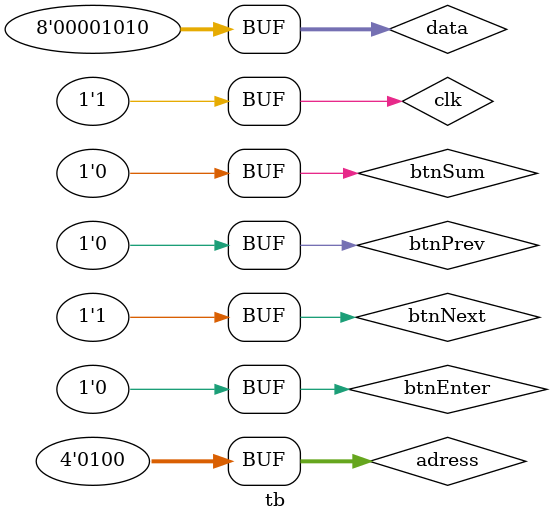
<source format=sv>
`timescale 1ns / 1ps



module asd(

//button choices
input btnEnter,
input btnSum,
input btnPrev,
input btnNext,
input btnDisplay,


//data input and adress
input  [7:0] sw, 
input  [3:0] adress,


//clock
input clk,

output  [7:0] seg,
output  [3:0] an,
output logic [7:0] led_data,
output logic [3:0] led_adress
);

typedef enum logic [2:0] {s0, s1, s2, s3} statetype_btn;
statetype_btn [2:0] state_btn;

assign led_data = sw;
assign led_adress = adress;


//Display variables
wire [1:0]counter_an; 
wire [4:0] digit;
reg [7:0]out;
reg [3:0]location;
reg [4:0] nextadress;
reg [4:0] seperator;


//Clocks
wire clk_divided;
wire clk_waited;
wire clk_waited_diplay;
wire clk_bounced;


//Control variables
reg prevornext = 0;
reg [3:0]old_adress;
reg cont_sum;
reg [3:0] row_sum;
reg complement;


//output variables
reg [7:0] sum;
reg [7:0] count;


//Display modules
ClockDivider divider(clk,clk_divided);
refresgounter refresh(clk_divided,counter_an);
anode_cont an_cont(counter_an,an[3:0]);


//button modules
debouncer bou(clk,clk_bounced);
wait10sec wait10_sum(clk,btnSum,clk_waited);
wait10sec wait10_display(clk,btnDisplay,clk_waited_diplay);


//array
reg [7:0] mem [0:15];

        

//Reset statement
    initial 
    begin
        for(int i = 0 ; i < 16;i++)
        begin
            mem[i] = i;
        end
    end
      
     
     
      always_ff @(posedge clk_bounced)  
      case(state_btn) 
      
        //Display Mode
        s0:
        begin
            seperator = 16;
            out = mem[adress];
            nextadress = adress;
            
            //CheckSum mode
            if(btnSum)
            begin
                state_btn <= s1;
                sum = 0;
                count = 0;
                complement = 0;
                row_sum = 0;
            end
            
            //Display Counter mode
            else if(btnDisplay)
            begin
                state_btn <= s2;
                nextadress = 0;
                seperator = 0; 
            end
            
            //Enter Data //not a state
            else if(btnEnter)
                mem[adress] <= sw;
            
            //Show Previous    
            else if(btnPrev || btnNext)
            begin
                state_btn <= s3;
                location = adress;
            end
        end
        
        
        //CheckSum
        s1:
        begin
                if(clk_waited) //if wait is complete return MemoryDisp mode S0;
                begin
                    state_btn = s0;
                    cont_sum = 0;
                end
                
                //if not complete
                else
                begin
                
                //Calculate Sum
                if(count <= 15)
                begin
                    sum <= sum + mem[row_sum];
                    count++;
                    row_sum++;
                    complement = 1;
                end
                
                //take it's complement
                else if(count == 16 && complement == 1)
                begin
                    count++;
                    sum <= ~sum +1;
                    complement = 0;
                 end
                 end
                nextadress = 12;//'C' 
                seperator = 17;// '='
                out = sum;
            end
        
        //Display Counter
        s2:
        begin
            if(clk_waited_diplay) //wait 10 sec
            begin
                state_btn = s0;
            end
            else
            begin
                nextadress = 13;// 'd' for display
                seperator = 17; // '='
                out = count;
            end
        end
        
        //Show Previos
        s3:
        begin
            if(btnPrev)
            begin
                seperator = 16; // '-'
                
                //to make cycle
                if(location == -1)
                    location = 15;
                nextadress = location;
                out = mem[nextadress];
                location--;
                old_adress = adress;
                end
                
                if(btnNext)
                begin
                seperator = 16;
                if(location == 16)
                    location = 0;
                location++;
                nextadress = location;
                out = mem[nextadress];     
                old_adress = adress;
            end
            if(adress != old_adress)
                begin
                    state_btn <= s0;
                end 

             
            if(btnSum)
            begin
                state_btn = s1;
                sum = 0;
                count = 0;
                complement = 0;
                row_sum = 0;        
            end  
            end    
        endcase
        
            
              
       
    
//Displayers
seg_control asdasd(out[3:0],out[7:4],seperator,nextadress[3:0],counter_an,digit);
displayer dp(digit,seg);
  
    
endmodule





module tb();
reg btnEnter;
reg btnPrev;
reg btnSum;
reg btnNext;
reg btnDisplay;
//reg [7:0]sum;
reg[7:0] data; 
reg [3:0] adress;
reg clk;
reg [3:0] an;
reg [7:0] seg;


asd dut(btnEnter,btnSum,btnPrev, btnNext, btnDisplay, data, adress, clk, seg, an);

initial begin
clk = 0;
btnEnter = 0;
btnSum = 0;
clk = 1;#5;
clk = 0;#5;  
for(int count=0;count<5;count++) 
    begin        
        adress = count;
        data = 10;
        btnEnter = 1;
        clk = 1;#5;
        clk = 0;#5;     
    end
btnEnter = 0;
btnSum = 1;
for(int count=0;count<20;count++) 
    begin        
        clk = 1;#5;
        clk = 0;#5;     
    end
btnSum = 0;   
    
btnNext = 0;
btnPrev = 1;
for(int count=0;count<7;count++) 
    begin
        clk = 0;#5;
        clk = 1;#5; 
    end
    
btnNext = 1;
btnPrev = 0;
for(int count=0;count<7;count++) 
    begin
        clk = 0;#5;
        clk = 1;#5; 
    end


end
endmodule


</source>
